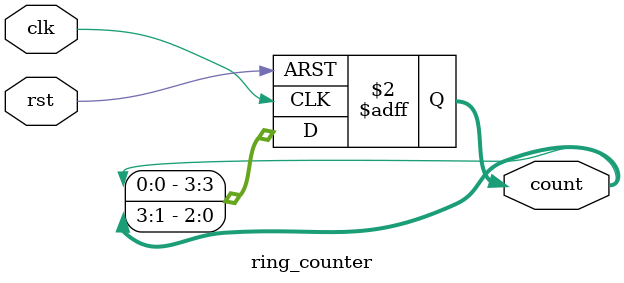
<source format=v>

module ring_counter(input clk, input rst, output reg [3:0] count);
    always @(posedge clk or posedge rst) begin
        if (rst)
            count <= 4'b0001;
        else
            count <= {count[0], count[3:1]};
    end
endmodule

</source>
